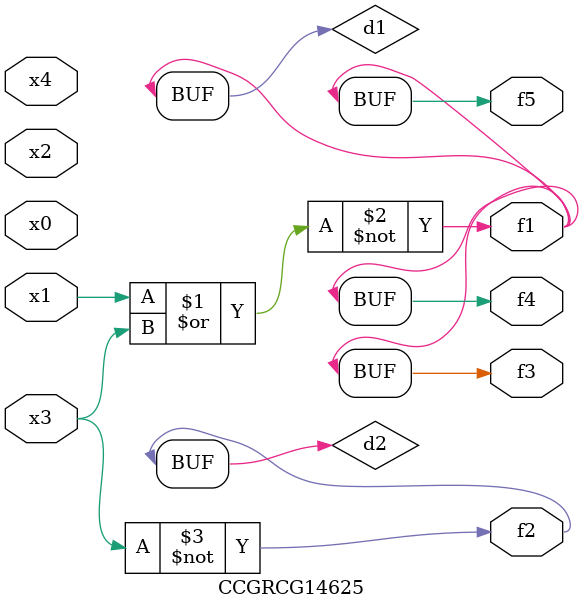
<source format=v>
module CCGRCG14625(
	input x0, x1, x2, x3, x4,
	output f1, f2, f3, f4, f5
);

	wire d1, d2;

	nor (d1, x1, x3);
	not (d2, x3);
	assign f1 = d1;
	assign f2 = d2;
	assign f3 = d1;
	assign f4 = d1;
	assign f5 = d1;
endmodule

</source>
